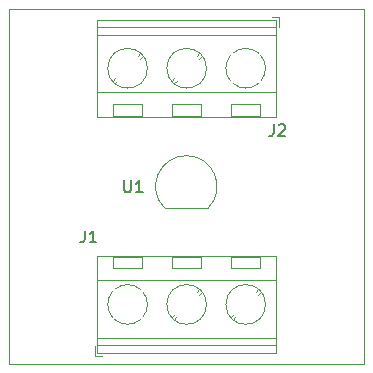
<source format=gbr>
%TF.GenerationSoftware,KiCad,Pcbnew,(6.0.9-0)*%
%TF.CreationDate,2022-11-15T00:11:16+01:00*%
%TF.ProjectId,DS_Straight,44535f53-7472-4616-9967-68742e6b6963,rev?*%
%TF.SameCoordinates,Original*%
%TF.FileFunction,Legend,Top*%
%TF.FilePolarity,Positive*%
%FSLAX46Y46*%
G04 Gerber Fmt 4.6, Leading zero omitted, Abs format (unit mm)*
G04 Created by KiCad (PCBNEW (6.0.9-0)) date 2022-11-15 00:11:16*
%MOMM*%
%LPD*%
G01*
G04 APERTURE LIST*
%TA.AperFunction,Profile*%
%ADD10C,0.100000*%
%TD*%
%ADD11C,0.150000*%
%ADD12C,0.120000*%
G04 APERTURE END LIST*
D10*
X89300000Y-75700000D02*
X119300000Y-75700000D01*
X119300000Y-75700000D02*
X119300000Y-105700000D01*
X119300000Y-105700000D02*
X89300000Y-105700000D01*
X89300000Y-105700000D02*
X89300000Y-75700000D01*
D11*
%TO.C,J2*%
X111666666Y-85452380D02*
X111666666Y-86166666D01*
X111619047Y-86309523D01*
X111523809Y-86404761D01*
X111380952Y-86452380D01*
X111285714Y-86452380D01*
X112095238Y-85547619D02*
X112142857Y-85500000D01*
X112238095Y-85452380D01*
X112476190Y-85452380D01*
X112571428Y-85500000D01*
X112619047Y-85547619D01*
X112666666Y-85642857D01*
X112666666Y-85738095D01*
X112619047Y-85880952D01*
X112047619Y-86452380D01*
X112666666Y-86452380D01*
%TO.C,U1*%
X99013095Y-90202380D02*
X99013095Y-91011904D01*
X99060714Y-91107142D01*
X99108333Y-91154761D01*
X99203571Y-91202380D01*
X99394047Y-91202380D01*
X99489285Y-91154761D01*
X99536904Y-91107142D01*
X99584523Y-91011904D01*
X99584523Y-90202380D01*
X100584523Y-91202380D02*
X100013095Y-91202380D01*
X100298809Y-91202380D02*
X100298809Y-90202380D01*
X100203571Y-90345238D01*
X100108333Y-90440476D01*
X100013095Y-90488095D01*
%TO.C,J1*%
X95666666Y-94452380D02*
X95666666Y-95166666D01*
X95619047Y-95309523D01*
X95523809Y-95404761D01*
X95380952Y-95452380D01*
X95285714Y-95452380D01*
X96666666Y-95452380D02*
X96095238Y-95452380D01*
X96380952Y-95452380D02*
X96380952Y-94452380D01*
X96285714Y-94595238D01*
X96190476Y-94690476D01*
X96095238Y-94738095D01*
D12*
%TO.C,J2*%
X103025000Y-81769000D02*
X103271000Y-81523000D01*
X111860000Y-84810000D02*
X96740000Y-84810000D01*
X108050000Y-84750000D02*
X108050000Y-83750000D01*
X112100000Y-77190000D02*
X112100000Y-76350000D01*
X98025000Y-81769000D02*
X98271000Y-81523000D01*
X111860000Y-77250000D02*
X96740000Y-77250000D01*
X105328000Y-79877000D02*
X105574000Y-79631000D01*
X96740000Y-84810000D02*
X96740000Y-76590000D01*
X110550000Y-83750000D02*
X108050000Y-83750000D01*
X110550000Y-84750000D02*
X108050000Y-84750000D01*
X100550000Y-83750000D02*
X98050000Y-83750000D01*
X111860000Y-77850000D02*
X96740000Y-77850000D01*
X100550000Y-84750000D02*
X100550000Y-83750000D01*
X110550000Y-84750000D02*
X110550000Y-83750000D01*
X105550000Y-84750000D02*
X103050000Y-84750000D01*
X100170000Y-79625000D02*
X100369000Y-79426000D01*
X100550000Y-84750000D02*
X98050000Y-84750000D01*
X112100000Y-76350000D02*
X111500000Y-76350000D01*
X105550000Y-84750000D02*
X105550000Y-83750000D01*
X111860000Y-84810000D02*
X111860000Y-76590000D01*
X111860000Y-82750000D02*
X96740000Y-82750000D01*
X98050000Y-84750000D02*
X98050000Y-83750000D01*
X100328000Y-79877000D02*
X100574000Y-79631000D01*
X98230000Y-81975000D02*
X98441000Y-81764000D01*
X105550000Y-83750000D02*
X103050000Y-83750000D01*
X111860000Y-76590000D02*
X96740000Y-76590000D01*
X103050000Y-84750000D02*
X103050000Y-83750000D01*
X105170000Y-79625000D02*
X105369000Y-79426000D01*
X103230000Y-81975000D02*
X103441000Y-81764000D01*
X108220000Y-81987000D02*
G75*
G03*
X110379908Y-81987078I1080000J1287001D01*
G01*
X109300000Y-79020000D02*
G75*
G03*
X108220117Y-79413045I-2J-1679994D01*
G01*
X110381000Y-79413000D02*
G75*
G03*
X109271493Y-79019489I-1081000J-1287000D01*
G01*
X108013000Y-79620000D02*
G75*
G03*
X108012922Y-81779908I1287001J-1080000D01*
G01*
X110587000Y-81781000D02*
G75*
G03*
X110588062Y-79620266I-1287000J1081000D01*
G01*
X105980000Y-80700000D02*
G75*
G03*
X105980000Y-80700000I-1680000J0D01*
G01*
X100980000Y-80700000D02*
G75*
G03*
X100980000Y-80700000I-1680000J0D01*
G01*
%TO.C,U1*%
X102475000Y-92550000D02*
X106075000Y-92550000D01*
X106113478Y-92538478D02*
G75*
G03*
X104275000Y-88100000I-1838478J1838478D01*
G01*
X104275000Y-88099999D02*
G75*
G03*
X102436522Y-92538478I0J-2600001D01*
G01*
%TO.C,J1*%
X108430000Y-101775000D02*
X108231000Y-101974000D01*
X103050000Y-96650000D02*
X103050000Y-97650000D01*
X96740000Y-98650000D02*
X111860000Y-98650000D01*
X100550000Y-96650000D02*
X100550000Y-97650000D01*
X98050000Y-97650000D02*
X100550000Y-97650000D01*
X96740000Y-103550000D02*
X111860000Y-103550000D01*
X110370000Y-99425000D02*
X110159000Y-99636000D01*
X96500000Y-105050000D02*
X97100000Y-105050000D01*
X98050000Y-96650000D02*
X100550000Y-96650000D01*
X98050000Y-96650000D02*
X98050000Y-97650000D01*
X96500000Y-104210000D02*
X96500000Y-105050000D01*
X103050000Y-96650000D02*
X105550000Y-96650000D01*
X108050000Y-96650000D02*
X110550000Y-96650000D01*
X105550000Y-96650000D02*
X105550000Y-97650000D01*
X103430000Y-101775000D02*
X103231000Y-101974000D01*
X110575000Y-99631000D02*
X110329000Y-99877000D01*
X96740000Y-96590000D02*
X96740000Y-104810000D01*
X111860000Y-96590000D02*
X111860000Y-104810000D01*
X108050000Y-96650000D02*
X108050000Y-97650000D01*
X110550000Y-96650000D02*
X110550000Y-97650000D01*
X103050000Y-97650000D02*
X105550000Y-97650000D01*
X96740000Y-104150000D02*
X111860000Y-104150000D01*
X105575000Y-99631000D02*
X105329000Y-99877000D01*
X108050000Y-97650000D02*
X110550000Y-97650000D01*
X96740000Y-104810000D02*
X111860000Y-104810000D01*
X103272000Y-101523000D02*
X103026000Y-101769000D01*
X108272000Y-101523000D02*
X108026000Y-101769000D01*
X105370000Y-99425000D02*
X105159000Y-99636000D01*
X96740000Y-96590000D02*
X111860000Y-96590000D01*
X98219000Y-101987000D02*
G75*
G03*
X99328507Y-102380511I1081000J1287000D01*
G01*
X98013000Y-99619000D02*
G75*
G03*
X98011938Y-101779734I1287000J-1081000D01*
G01*
X100587000Y-101780000D02*
G75*
G03*
X100587078Y-99620092I-1287001J1080000D01*
G01*
X100380000Y-99413000D02*
G75*
G03*
X98220092Y-99412922I-1080000J-1287001D01*
G01*
X99300000Y-102380000D02*
G75*
G03*
X100379883Y-101986955I2J1679994D01*
G01*
X110980000Y-100700000D02*
G75*
G03*
X110980000Y-100700000I-1680000J0D01*
G01*
X105980000Y-100700000D02*
G75*
G03*
X105980000Y-100700000I-1680000J0D01*
G01*
%TD*%
M02*

</source>
